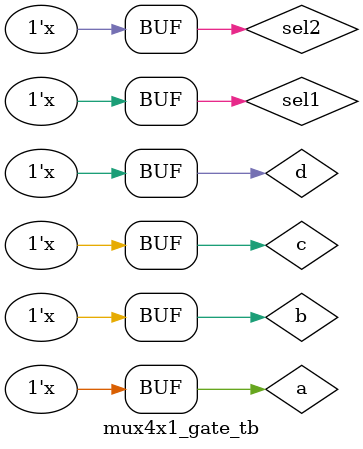
<source format=v>
module mux2x1_gate(a,b,sel,y);
  input a,b,sel;
  output y;
  wire p,q;
  
  and(p,a,!sel);
  and(q,b,sel);
  or(y,p,q);
  
endmodule


module mux4x1_gate(a,b,c,d,sel1,sel2,y);
  input a,b,c,d,sel1,sel2;
  output y;
  wire p,q;
  
  mux2x1_gate dut1(a,b,sel1,p);
  mux2x1_gate dut2(c,d,sel1,q);
  mux2x1_gate dut3(p,q,sel2,y);
  
endmodule

module mux4x1_gate_tb;
  reg a,b,c,d;
  reg sel1,sel2;
  
  mux4x1_gate dut4(a,b,c,d,sel1,sel2,y);
  
  initial
  begin
    a=0;b=0;c=0;d=0;sel1=0;sel2=0;
  end
  
  always #10  a=~a;
  always #20  b=~b;
  always #40  c=~c;
  always #80  d=~d;
  always #160 sel1=~sel1;
  always #320 sel2=~sel2;
  
endmodule
  
 


</source>
